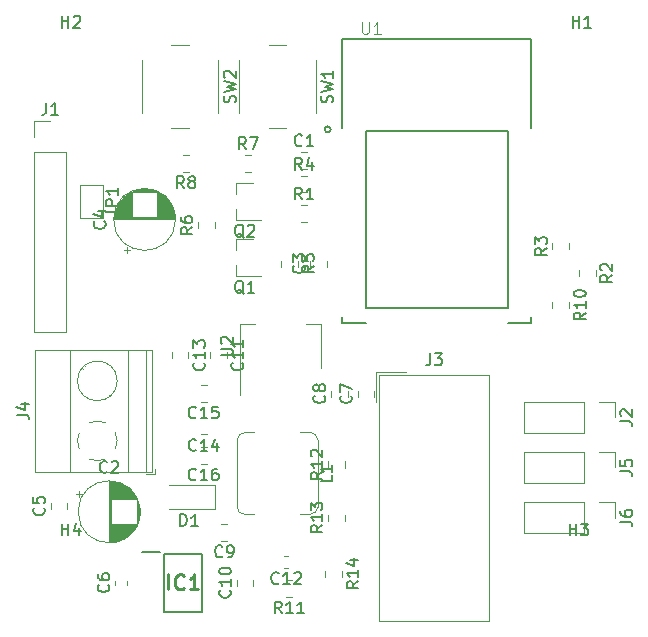
<source format=gbr>
G04 #@! TF.GenerationSoftware,KiCad,Pcbnew,(5.1.5)-3*
G04 #@! TF.CreationDate,2021-01-11T18:37:13+01:00*
G04 #@! TF.ProjectId,esp12Board,65737031-3242-46f6-9172-642e6b696361,rev?*
G04 #@! TF.SameCoordinates,Original*
G04 #@! TF.FileFunction,Legend,Top*
G04 #@! TF.FilePolarity,Positive*
%FSLAX46Y46*%
G04 Gerber Fmt 4.6, Leading zero omitted, Abs format (unit mm)*
G04 Created by KiCad (PCBNEW (5.1.5)-3) date 2021-01-11 18:37:13*
%MOMM*%
%LPD*%
G04 APERTURE LIST*
%ADD10C,0.120000*%
%ADD11C,0.127000*%
%ADD12C,0.200000*%
%ADD13C,0.150000*%
%ADD14C,0.015000*%
%ADD15C,0.254000*%
G04 APERTURE END LIST*
D10*
X59345000Y-63900000D02*
X61885000Y-63900000D01*
X59345000Y-63900000D02*
X59345000Y-66440000D01*
X59595000Y-64150000D02*
X68945000Y-64150000D01*
X59595000Y-85010000D02*
X59595000Y-64150000D01*
X68945000Y-85010000D02*
X59595000Y-85010000D01*
X68945000Y-64150000D02*
X68945000Y-85010000D01*
X79580000Y-74920000D02*
X79580000Y-76250000D01*
X78250000Y-74920000D02*
X79580000Y-74920000D01*
X76980000Y-74920000D02*
X76980000Y-77580000D01*
X76980000Y-77580000D02*
X71840000Y-77580000D01*
X76980000Y-74920000D02*
X71840000Y-74920000D01*
X71840000Y-74920000D02*
X71840000Y-77580000D01*
X79580000Y-70670000D02*
X79580000Y-72000000D01*
X78250000Y-70670000D02*
X79580000Y-70670000D01*
X76980000Y-70670000D02*
X76980000Y-73330000D01*
X76980000Y-73330000D02*
X71840000Y-73330000D01*
X76980000Y-70670000D02*
X71840000Y-70670000D01*
X71840000Y-70670000D02*
X71840000Y-73330000D01*
X59210000Y-66011252D02*
X59210000Y-65488748D01*
X57790000Y-66011252D02*
X57790000Y-65488748D01*
X33210000Y-75511252D02*
X33210000Y-74988748D01*
X31790000Y-75511252D02*
X31790000Y-74988748D01*
X34195225Y-74025000D02*
X34195225Y-74525000D01*
X33945225Y-74275000D02*
X34445225Y-74275000D01*
X39351000Y-75466000D02*
X39351000Y-76034000D01*
X39311000Y-75232000D02*
X39311000Y-76268000D01*
X39271000Y-75073000D02*
X39271000Y-76427000D01*
X39231000Y-74945000D02*
X39231000Y-76555000D01*
X39191000Y-74835000D02*
X39191000Y-76665000D01*
X39151000Y-74739000D02*
X39151000Y-76761000D01*
X39111000Y-74652000D02*
X39111000Y-76848000D01*
X39071000Y-74572000D02*
X39071000Y-76928000D01*
X39031000Y-76790000D02*
X39031000Y-77001000D01*
X39031000Y-74499000D02*
X39031000Y-74710000D01*
X38991000Y-76790000D02*
X38991000Y-77069000D01*
X38991000Y-74431000D02*
X38991000Y-74710000D01*
X38951000Y-76790000D02*
X38951000Y-77133000D01*
X38951000Y-74367000D02*
X38951000Y-74710000D01*
X38911000Y-76790000D02*
X38911000Y-77193000D01*
X38911000Y-74307000D02*
X38911000Y-74710000D01*
X38871000Y-76790000D02*
X38871000Y-77250000D01*
X38871000Y-74250000D02*
X38871000Y-74710000D01*
X38831000Y-76790000D02*
X38831000Y-77304000D01*
X38831000Y-74196000D02*
X38831000Y-74710000D01*
X38791000Y-76790000D02*
X38791000Y-77355000D01*
X38791000Y-74145000D02*
X38791000Y-74710000D01*
X38751000Y-76790000D02*
X38751000Y-77403000D01*
X38751000Y-74097000D02*
X38751000Y-74710000D01*
X38711000Y-76790000D02*
X38711000Y-77449000D01*
X38711000Y-74051000D02*
X38711000Y-74710000D01*
X38671000Y-76790000D02*
X38671000Y-77493000D01*
X38671000Y-74007000D02*
X38671000Y-74710000D01*
X38631000Y-76790000D02*
X38631000Y-77535000D01*
X38631000Y-73965000D02*
X38631000Y-74710000D01*
X38591000Y-76790000D02*
X38591000Y-77576000D01*
X38591000Y-73924000D02*
X38591000Y-74710000D01*
X38551000Y-76790000D02*
X38551000Y-77614000D01*
X38551000Y-73886000D02*
X38551000Y-74710000D01*
X38511000Y-76790000D02*
X38511000Y-77651000D01*
X38511000Y-73849000D02*
X38511000Y-74710000D01*
X38471000Y-76790000D02*
X38471000Y-77687000D01*
X38471000Y-73813000D02*
X38471000Y-74710000D01*
X38431000Y-76790000D02*
X38431000Y-77721000D01*
X38431000Y-73779000D02*
X38431000Y-74710000D01*
X38391000Y-76790000D02*
X38391000Y-77754000D01*
X38391000Y-73746000D02*
X38391000Y-74710000D01*
X38351000Y-76790000D02*
X38351000Y-77785000D01*
X38351000Y-73715000D02*
X38351000Y-74710000D01*
X38311000Y-76790000D02*
X38311000Y-77815000D01*
X38311000Y-73685000D02*
X38311000Y-74710000D01*
X38271000Y-76790000D02*
X38271000Y-77845000D01*
X38271000Y-73655000D02*
X38271000Y-74710000D01*
X38231000Y-76790000D02*
X38231000Y-77872000D01*
X38231000Y-73628000D02*
X38231000Y-74710000D01*
X38191000Y-76790000D02*
X38191000Y-77899000D01*
X38191000Y-73601000D02*
X38191000Y-74710000D01*
X38151000Y-76790000D02*
X38151000Y-77925000D01*
X38151000Y-73575000D02*
X38151000Y-74710000D01*
X38111000Y-76790000D02*
X38111000Y-77950000D01*
X38111000Y-73550000D02*
X38111000Y-74710000D01*
X38071000Y-76790000D02*
X38071000Y-77974000D01*
X38071000Y-73526000D02*
X38071000Y-74710000D01*
X38031000Y-76790000D02*
X38031000Y-77997000D01*
X38031000Y-73503000D02*
X38031000Y-74710000D01*
X37991000Y-76790000D02*
X37991000Y-78018000D01*
X37991000Y-73482000D02*
X37991000Y-74710000D01*
X37951000Y-76790000D02*
X37951000Y-78040000D01*
X37951000Y-73460000D02*
X37951000Y-74710000D01*
X37911000Y-76790000D02*
X37911000Y-78060000D01*
X37911000Y-73440000D02*
X37911000Y-74710000D01*
X37871000Y-76790000D02*
X37871000Y-78079000D01*
X37871000Y-73421000D02*
X37871000Y-74710000D01*
X37831000Y-76790000D02*
X37831000Y-78098000D01*
X37831000Y-73402000D02*
X37831000Y-74710000D01*
X37791000Y-76790000D02*
X37791000Y-78115000D01*
X37791000Y-73385000D02*
X37791000Y-74710000D01*
X37751000Y-76790000D02*
X37751000Y-78132000D01*
X37751000Y-73368000D02*
X37751000Y-74710000D01*
X37711000Y-76790000D02*
X37711000Y-78148000D01*
X37711000Y-73352000D02*
X37711000Y-74710000D01*
X37671000Y-76790000D02*
X37671000Y-78164000D01*
X37671000Y-73336000D02*
X37671000Y-74710000D01*
X37631000Y-76790000D02*
X37631000Y-78178000D01*
X37631000Y-73322000D02*
X37631000Y-74710000D01*
X37591000Y-76790000D02*
X37591000Y-78192000D01*
X37591000Y-73308000D02*
X37591000Y-74710000D01*
X37551000Y-76790000D02*
X37551000Y-78205000D01*
X37551000Y-73295000D02*
X37551000Y-74710000D01*
X37511000Y-76790000D02*
X37511000Y-78218000D01*
X37511000Y-73282000D02*
X37511000Y-74710000D01*
X37471000Y-76790000D02*
X37471000Y-78230000D01*
X37471000Y-73270000D02*
X37471000Y-74710000D01*
X37430000Y-76790000D02*
X37430000Y-78241000D01*
X37430000Y-73259000D02*
X37430000Y-74710000D01*
X37390000Y-76790000D02*
X37390000Y-78251000D01*
X37390000Y-73249000D02*
X37390000Y-74710000D01*
X37350000Y-76790000D02*
X37350000Y-78261000D01*
X37350000Y-73239000D02*
X37350000Y-74710000D01*
X37310000Y-76790000D02*
X37310000Y-78270000D01*
X37310000Y-73230000D02*
X37310000Y-74710000D01*
X37270000Y-76790000D02*
X37270000Y-78278000D01*
X37270000Y-73222000D02*
X37270000Y-74710000D01*
X37230000Y-76790000D02*
X37230000Y-78286000D01*
X37230000Y-73214000D02*
X37230000Y-74710000D01*
X37190000Y-76790000D02*
X37190000Y-78293000D01*
X37190000Y-73207000D02*
X37190000Y-74710000D01*
X37150000Y-76790000D02*
X37150000Y-78300000D01*
X37150000Y-73200000D02*
X37150000Y-74710000D01*
X37110000Y-76790000D02*
X37110000Y-78306000D01*
X37110000Y-73194000D02*
X37110000Y-74710000D01*
X37070000Y-76790000D02*
X37070000Y-78311000D01*
X37070000Y-73189000D02*
X37070000Y-74710000D01*
X37030000Y-76790000D02*
X37030000Y-78315000D01*
X37030000Y-73185000D02*
X37030000Y-74710000D01*
X36990000Y-76790000D02*
X36990000Y-78319000D01*
X36990000Y-73181000D02*
X36990000Y-74710000D01*
X36950000Y-73177000D02*
X36950000Y-78323000D01*
X36910000Y-73174000D02*
X36910000Y-78326000D01*
X36870000Y-73172000D02*
X36870000Y-78328000D01*
X36830000Y-73171000D02*
X36830000Y-78329000D01*
X36790000Y-73170000D02*
X36790000Y-78330000D01*
X36750000Y-73170000D02*
X36750000Y-78330000D01*
X39370000Y-75750000D02*
G75*
G03X39370000Y-75750000I-2620000J0D01*
G01*
X38025000Y-53554775D02*
X38525000Y-53554775D01*
X38275000Y-53804775D02*
X38275000Y-53304775D01*
X39466000Y-48399000D02*
X40034000Y-48399000D01*
X39232000Y-48439000D02*
X40268000Y-48439000D01*
X39073000Y-48479000D02*
X40427000Y-48479000D01*
X38945000Y-48519000D02*
X40555000Y-48519000D01*
X38835000Y-48559000D02*
X40665000Y-48559000D01*
X38739000Y-48599000D02*
X40761000Y-48599000D01*
X38652000Y-48639000D02*
X40848000Y-48639000D01*
X38572000Y-48679000D02*
X40928000Y-48679000D01*
X40790000Y-48719000D02*
X41001000Y-48719000D01*
X38499000Y-48719000D02*
X38710000Y-48719000D01*
X40790000Y-48759000D02*
X41069000Y-48759000D01*
X38431000Y-48759000D02*
X38710000Y-48759000D01*
X40790000Y-48799000D02*
X41133000Y-48799000D01*
X38367000Y-48799000D02*
X38710000Y-48799000D01*
X40790000Y-48839000D02*
X41193000Y-48839000D01*
X38307000Y-48839000D02*
X38710000Y-48839000D01*
X40790000Y-48879000D02*
X41250000Y-48879000D01*
X38250000Y-48879000D02*
X38710000Y-48879000D01*
X40790000Y-48919000D02*
X41304000Y-48919000D01*
X38196000Y-48919000D02*
X38710000Y-48919000D01*
X40790000Y-48959000D02*
X41355000Y-48959000D01*
X38145000Y-48959000D02*
X38710000Y-48959000D01*
X40790000Y-48999000D02*
X41403000Y-48999000D01*
X38097000Y-48999000D02*
X38710000Y-48999000D01*
X40790000Y-49039000D02*
X41449000Y-49039000D01*
X38051000Y-49039000D02*
X38710000Y-49039000D01*
X40790000Y-49079000D02*
X41493000Y-49079000D01*
X38007000Y-49079000D02*
X38710000Y-49079000D01*
X40790000Y-49119000D02*
X41535000Y-49119000D01*
X37965000Y-49119000D02*
X38710000Y-49119000D01*
X40790000Y-49159000D02*
X41576000Y-49159000D01*
X37924000Y-49159000D02*
X38710000Y-49159000D01*
X40790000Y-49199000D02*
X41614000Y-49199000D01*
X37886000Y-49199000D02*
X38710000Y-49199000D01*
X40790000Y-49239000D02*
X41651000Y-49239000D01*
X37849000Y-49239000D02*
X38710000Y-49239000D01*
X40790000Y-49279000D02*
X41687000Y-49279000D01*
X37813000Y-49279000D02*
X38710000Y-49279000D01*
X40790000Y-49319000D02*
X41721000Y-49319000D01*
X37779000Y-49319000D02*
X38710000Y-49319000D01*
X40790000Y-49359000D02*
X41754000Y-49359000D01*
X37746000Y-49359000D02*
X38710000Y-49359000D01*
X40790000Y-49399000D02*
X41785000Y-49399000D01*
X37715000Y-49399000D02*
X38710000Y-49399000D01*
X40790000Y-49439000D02*
X41815000Y-49439000D01*
X37685000Y-49439000D02*
X38710000Y-49439000D01*
X40790000Y-49479000D02*
X41845000Y-49479000D01*
X37655000Y-49479000D02*
X38710000Y-49479000D01*
X40790000Y-49519000D02*
X41872000Y-49519000D01*
X37628000Y-49519000D02*
X38710000Y-49519000D01*
X40790000Y-49559000D02*
X41899000Y-49559000D01*
X37601000Y-49559000D02*
X38710000Y-49559000D01*
X40790000Y-49599000D02*
X41925000Y-49599000D01*
X37575000Y-49599000D02*
X38710000Y-49599000D01*
X40790000Y-49639000D02*
X41950000Y-49639000D01*
X37550000Y-49639000D02*
X38710000Y-49639000D01*
X40790000Y-49679000D02*
X41974000Y-49679000D01*
X37526000Y-49679000D02*
X38710000Y-49679000D01*
X40790000Y-49719000D02*
X41997000Y-49719000D01*
X37503000Y-49719000D02*
X38710000Y-49719000D01*
X40790000Y-49759000D02*
X42018000Y-49759000D01*
X37482000Y-49759000D02*
X38710000Y-49759000D01*
X40790000Y-49799000D02*
X42040000Y-49799000D01*
X37460000Y-49799000D02*
X38710000Y-49799000D01*
X40790000Y-49839000D02*
X42060000Y-49839000D01*
X37440000Y-49839000D02*
X38710000Y-49839000D01*
X40790000Y-49879000D02*
X42079000Y-49879000D01*
X37421000Y-49879000D02*
X38710000Y-49879000D01*
X40790000Y-49919000D02*
X42098000Y-49919000D01*
X37402000Y-49919000D02*
X38710000Y-49919000D01*
X40790000Y-49959000D02*
X42115000Y-49959000D01*
X37385000Y-49959000D02*
X38710000Y-49959000D01*
X40790000Y-49999000D02*
X42132000Y-49999000D01*
X37368000Y-49999000D02*
X38710000Y-49999000D01*
X40790000Y-50039000D02*
X42148000Y-50039000D01*
X37352000Y-50039000D02*
X38710000Y-50039000D01*
X40790000Y-50079000D02*
X42164000Y-50079000D01*
X37336000Y-50079000D02*
X38710000Y-50079000D01*
X40790000Y-50119000D02*
X42178000Y-50119000D01*
X37322000Y-50119000D02*
X38710000Y-50119000D01*
X40790000Y-50159000D02*
X42192000Y-50159000D01*
X37308000Y-50159000D02*
X38710000Y-50159000D01*
X40790000Y-50199000D02*
X42205000Y-50199000D01*
X37295000Y-50199000D02*
X38710000Y-50199000D01*
X40790000Y-50239000D02*
X42218000Y-50239000D01*
X37282000Y-50239000D02*
X38710000Y-50239000D01*
X40790000Y-50279000D02*
X42230000Y-50279000D01*
X37270000Y-50279000D02*
X38710000Y-50279000D01*
X40790000Y-50320000D02*
X42241000Y-50320000D01*
X37259000Y-50320000D02*
X38710000Y-50320000D01*
X40790000Y-50360000D02*
X42251000Y-50360000D01*
X37249000Y-50360000D02*
X38710000Y-50360000D01*
X40790000Y-50400000D02*
X42261000Y-50400000D01*
X37239000Y-50400000D02*
X38710000Y-50400000D01*
X40790000Y-50440000D02*
X42270000Y-50440000D01*
X37230000Y-50440000D02*
X38710000Y-50440000D01*
X40790000Y-50480000D02*
X42278000Y-50480000D01*
X37222000Y-50480000D02*
X38710000Y-50480000D01*
X40790000Y-50520000D02*
X42286000Y-50520000D01*
X37214000Y-50520000D02*
X38710000Y-50520000D01*
X40790000Y-50560000D02*
X42293000Y-50560000D01*
X37207000Y-50560000D02*
X38710000Y-50560000D01*
X40790000Y-50600000D02*
X42300000Y-50600000D01*
X37200000Y-50600000D02*
X38710000Y-50600000D01*
X40790000Y-50640000D02*
X42306000Y-50640000D01*
X37194000Y-50640000D02*
X38710000Y-50640000D01*
X40790000Y-50680000D02*
X42311000Y-50680000D01*
X37189000Y-50680000D02*
X38710000Y-50680000D01*
X40790000Y-50720000D02*
X42315000Y-50720000D01*
X37185000Y-50720000D02*
X38710000Y-50720000D01*
X40790000Y-50760000D02*
X42319000Y-50760000D01*
X37181000Y-50760000D02*
X38710000Y-50760000D01*
X37177000Y-50800000D02*
X42323000Y-50800000D01*
X37174000Y-50840000D02*
X42326000Y-50840000D01*
X37172000Y-50880000D02*
X42328000Y-50880000D01*
X37171000Y-50920000D02*
X42329000Y-50920000D01*
X37170000Y-50960000D02*
X42330000Y-50960000D01*
X37170000Y-51000000D02*
X42330000Y-51000000D01*
X42370000Y-51000000D02*
G75*
G03X42370000Y-51000000I-2620000J0D01*
G01*
X40650000Y-72590000D02*
X40650000Y-72090000D01*
X39910000Y-72590000D02*
X40650000Y-72590000D01*
X36773000Y-65897000D02*
X36819000Y-65944000D01*
X34475000Y-63600000D02*
X34511000Y-63635000D01*
X36989000Y-65704000D02*
X37024000Y-65739000D01*
X34681000Y-63395000D02*
X34727000Y-63442000D01*
X30489000Y-62070000D02*
X40410000Y-62070000D01*
X30489000Y-72350000D02*
X40410000Y-72350000D01*
X40410000Y-72350000D02*
X40410000Y-62070000D01*
X30489000Y-72350000D02*
X30489000Y-62070000D01*
X33449000Y-72350000D02*
X33449000Y-62070000D01*
X38350000Y-72350000D02*
X38350000Y-62070000D01*
X39850000Y-72350000D02*
X39850000Y-62070000D01*
X37430000Y-64670000D02*
G75*
G03X37430000Y-64670000I-1680000J0D01*
G01*
X37430253Y-69721195D02*
G75*
G02X37285000Y-70434000I-1680253J-28805D01*
G01*
X36433042Y-71285426D02*
G75*
G02X35066000Y-71285000I-683042J1535426D01*
G01*
X34214574Y-70433042D02*
G75*
G02X34215000Y-69066000I1535426J683042D01*
G01*
X35066958Y-68214574D02*
G75*
G02X36434000Y-68215000I683042J-1535426D01*
G01*
X37284756Y-69066682D02*
G75*
G02X37430000Y-69750000I-1534756J-683318D01*
G01*
X47840000Y-65850000D02*
X47840000Y-59840000D01*
X54660000Y-63600000D02*
X54660000Y-59840000D01*
X47840000Y-59840000D02*
X49100000Y-59840000D01*
X54660000Y-59840000D02*
X53400000Y-59840000D01*
D11*
X55500000Y-43375000D02*
G75*
G03X55500000Y-43375000I-250000J0D01*
G01*
X72500000Y-59750000D02*
X70500000Y-59750000D01*
X72500000Y-59250000D02*
X72500000Y-59750000D01*
X56500000Y-59750000D02*
X58500000Y-59750000D01*
X56500000Y-59250000D02*
X56500000Y-59750000D01*
X72500000Y-35750000D02*
X72500000Y-43250000D01*
X56500000Y-35750000D02*
X72500000Y-35750000D01*
X56500000Y-43250000D02*
X56500000Y-35750000D01*
X58500000Y-58510000D02*
X58500000Y-43510000D01*
X70500000Y-58510000D02*
X58500000Y-58510000D01*
X70500000Y-43510000D02*
X70500000Y-58510000D01*
X58500000Y-43510000D02*
X70500000Y-43510000D01*
D10*
X42000000Y-43250000D02*
X43500000Y-43250000D01*
X46000000Y-42000000D02*
X46000000Y-37500000D01*
X43500000Y-36250000D02*
X42000000Y-36250000D01*
X39500000Y-37500000D02*
X39500000Y-42000000D01*
X50250000Y-43250000D02*
X51750000Y-43250000D01*
X54250000Y-42000000D02*
X54250000Y-37500000D01*
X51750000Y-36250000D02*
X50250000Y-36250000D01*
X47750000Y-37500000D02*
X47750000Y-42000000D01*
X55040000Y-80738748D02*
X55040000Y-81261252D01*
X56460000Y-80738748D02*
X56460000Y-81261252D01*
X56710000Y-76511252D02*
X56710000Y-75988748D01*
X55290000Y-76511252D02*
X55290000Y-75988748D01*
X56710000Y-72011252D02*
X56710000Y-71488748D01*
X55290000Y-72011252D02*
X55290000Y-71488748D01*
X52261252Y-81540000D02*
X51738748Y-81540000D01*
X52261252Y-82960000D02*
X51738748Y-82960000D01*
X74290000Y-57988748D02*
X74290000Y-58511252D01*
X75710000Y-57988748D02*
X75710000Y-58511252D01*
X43511252Y-45540000D02*
X42988748Y-45540000D01*
X43511252Y-46960000D02*
X42988748Y-46960000D01*
X48238748Y-46960000D02*
X48761252Y-46960000D01*
X48238748Y-45540000D02*
X48761252Y-45540000D01*
X45710000Y-51761252D02*
X45710000Y-51238748D01*
X44290000Y-51761252D02*
X44290000Y-51238748D01*
X51290000Y-54488748D02*
X51290000Y-55011252D01*
X52710000Y-54488748D02*
X52710000Y-55011252D01*
X52988748Y-48710000D02*
X53511252Y-48710000D01*
X52988748Y-47290000D02*
X53511252Y-47290000D01*
X75710000Y-53536252D02*
X75710000Y-53013748D01*
X74290000Y-53536252D02*
X74290000Y-53013748D01*
X76540000Y-55263748D02*
X76540000Y-55786252D01*
X77960000Y-55263748D02*
X77960000Y-55786252D01*
X52988748Y-51210000D02*
X53511252Y-51210000D01*
X52988748Y-49790000D02*
X53511252Y-49790000D01*
X47490000Y-47920000D02*
X48950000Y-47920000D01*
X47490000Y-51080000D02*
X49650000Y-51080000D01*
X47490000Y-51080000D02*
X47490000Y-50150000D01*
X47490000Y-47920000D02*
X47490000Y-48850000D01*
X47490000Y-52670000D02*
X48950000Y-52670000D01*
X47490000Y-55830000D02*
X49650000Y-55830000D01*
X47490000Y-55830000D02*
X47490000Y-54900000D01*
X47490000Y-52670000D02*
X47490000Y-53600000D01*
X52950000Y-69040000D02*
X53800000Y-69040000D01*
X53800000Y-75960000D02*
X52950000Y-75960000D01*
X48250000Y-69040000D02*
X49050000Y-69040000D01*
X47590000Y-75350000D02*
X47590000Y-69700000D01*
X49050000Y-75960000D02*
X48200000Y-75960000D01*
X48200000Y-75960000D02*
G75*
G02X47590000Y-75350000I0J610000D01*
G01*
X47590000Y-69700000D02*
G75*
G02X48250000Y-69040000I660000J0D01*
G01*
X54410000Y-69650000D02*
X54410000Y-75350000D01*
X54410000Y-75350000D02*
G75*
G02X53800000Y-75960000I-610000J0D01*
G01*
X53800000Y-69040000D02*
G75*
G02X54410000Y-69650000I0J-610000D01*
G01*
X36250000Y-48100000D02*
X36250000Y-50900000D01*
X36250000Y-50900000D02*
X34250000Y-50900000D01*
X34250000Y-50900000D02*
X34250000Y-48100000D01*
X34250000Y-48100000D02*
X36250000Y-48100000D01*
X79580000Y-66420000D02*
X79580000Y-67750000D01*
X78250000Y-66420000D02*
X79580000Y-66420000D01*
X76980000Y-66420000D02*
X76980000Y-69080000D01*
X76980000Y-69080000D02*
X71840000Y-69080000D01*
X76980000Y-66420000D02*
X71840000Y-66420000D01*
X71840000Y-66420000D02*
X71840000Y-69080000D01*
X30420000Y-42670000D02*
X31750000Y-42670000D01*
X30420000Y-44000000D02*
X30420000Y-42670000D01*
X30420000Y-45270000D02*
X33080000Y-45270000D01*
X33080000Y-45270000D02*
X33080000Y-60570000D01*
X30420000Y-45270000D02*
X30420000Y-60570000D01*
X30420000Y-60570000D02*
X33080000Y-60570000D01*
D12*
X39525000Y-79170000D02*
X41050000Y-79170000D01*
X41400000Y-84200000D02*
X41400000Y-79300000D01*
X44600000Y-84200000D02*
X41400000Y-84200000D01*
X44600000Y-79300000D02*
X44600000Y-84200000D01*
X41400000Y-79300000D02*
X44600000Y-79300000D01*
D10*
X45750000Y-75500000D02*
X41850000Y-75500000D01*
X45750000Y-73500000D02*
X41850000Y-73500000D01*
X45750000Y-75500000D02*
X45750000Y-73500000D01*
X45011252Y-70290000D02*
X44488748Y-70290000D01*
X45011252Y-71710000D02*
X44488748Y-71710000D01*
X45011252Y-65040000D02*
X44488748Y-65040000D01*
X45011252Y-66460000D02*
X44488748Y-66460000D01*
X45011252Y-67790000D02*
X44488748Y-67790000D01*
X45011252Y-69210000D02*
X44488748Y-69210000D01*
X42040000Y-62238748D02*
X42040000Y-62761252D01*
X43460000Y-62238748D02*
X43460000Y-62761252D01*
X51921267Y-79490000D02*
X51578733Y-79490000D01*
X51921267Y-80510000D02*
X51578733Y-80510000D01*
X45290000Y-62238748D02*
X45290000Y-62761252D01*
X46710000Y-62238748D02*
X46710000Y-62761252D01*
X48960000Y-82011252D02*
X48960000Y-81488748D01*
X47540000Y-82011252D02*
X47540000Y-81488748D01*
X46761252Y-76790000D02*
X46238748Y-76790000D01*
X46761252Y-78210000D02*
X46238748Y-78210000D01*
X56960000Y-66011252D02*
X56960000Y-65488748D01*
X55540000Y-66011252D02*
X55540000Y-65488748D01*
X38260000Y-81921267D02*
X38260000Y-81578733D01*
X37240000Y-81921267D02*
X37240000Y-81578733D01*
X55210000Y-55011252D02*
X55210000Y-54488748D01*
X53790000Y-55011252D02*
X53790000Y-54488748D01*
X52988748Y-46710000D02*
X53511252Y-46710000D01*
X52988748Y-45290000D02*
X53511252Y-45290000D01*
D13*
X63936666Y-62348380D02*
X63936666Y-63062666D01*
X63889047Y-63205523D01*
X63793809Y-63300761D01*
X63650952Y-63348380D01*
X63555714Y-63348380D01*
X64317619Y-62348380D02*
X64936666Y-62348380D01*
X64603333Y-62729333D01*
X64746190Y-62729333D01*
X64841428Y-62776952D01*
X64889047Y-62824571D01*
X64936666Y-62919809D01*
X64936666Y-63157904D01*
X64889047Y-63253142D01*
X64841428Y-63300761D01*
X64746190Y-63348380D01*
X64460476Y-63348380D01*
X64365238Y-63300761D01*
X64317619Y-63253142D01*
X80032380Y-76583333D02*
X80746666Y-76583333D01*
X80889523Y-76630952D01*
X80984761Y-76726190D01*
X81032380Y-76869047D01*
X81032380Y-76964285D01*
X80032380Y-75678571D02*
X80032380Y-75869047D01*
X80080000Y-75964285D01*
X80127619Y-76011904D01*
X80270476Y-76107142D01*
X80460952Y-76154761D01*
X80841904Y-76154761D01*
X80937142Y-76107142D01*
X80984761Y-76059523D01*
X81032380Y-75964285D01*
X81032380Y-75773809D01*
X80984761Y-75678571D01*
X80937142Y-75630952D01*
X80841904Y-75583333D01*
X80603809Y-75583333D01*
X80508571Y-75630952D01*
X80460952Y-75678571D01*
X80413333Y-75773809D01*
X80413333Y-75964285D01*
X80460952Y-76059523D01*
X80508571Y-76107142D01*
X80603809Y-76154761D01*
X80032380Y-72333333D02*
X80746666Y-72333333D01*
X80889523Y-72380952D01*
X80984761Y-72476190D01*
X81032380Y-72619047D01*
X81032380Y-72714285D01*
X80032380Y-71380952D02*
X80032380Y-71857142D01*
X80508571Y-71904761D01*
X80460952Y-71857142D01*
X80413333Y-71761904D01*
X80413333Y-71523809D01*
X80460952Y-71428571D01*
X80508571Y-71380952D01*
X80603809Y-71333333D01*
X80841904Y-71333333D01*
X80937142Y-71380952D01*
X80984761Y-71428571D01*
X81032380Y-71523809D01*
X81032380Y-71761904D01*
X80984761Y-71857142D01*
X80937142Y-71904761D01*
X32738095Y-77752380D02*
X32738095Y-76752380D01*
X32738095Y-77228571D02*
X33309523Y-77228571D01*
X33309523Y-77752380D02*
X33309523Y-76752380D01*
X34214285Y-77085714D02*
X34214285Y-77752380D01*
X33976190Y-76704761D02*
X33738095Y-77419047D01*
X34357142Y-77419047D01*
X75738095Y-77752380D02*
X75738095Y-76752380D01*
X75738095Y-77228571D02*
X76309523Y-77228571D01*
X76309523Y-77752380D02*
X76309523Y-76752380D01*
X76690476Y-76752380D02*
X77309523Y-76752380D01*
X76976190Y-77133333D01*
X77119047Y-77133333D01*
X77214285Y-77180952D01*
X77261904Y-77228571D01*
X77309523Y-77323809D01*
X77309523Y-77561904D01*
X77261904Y-77657142D01*
X77214285Y-77704761D01*
X77119047Y-77752380D01*
X76833333Y-77752380D01*
X76738095Y-77704761D01*
X76690476Y-77657142D01*
X32738095Y-34752380D02*
X32738095Y-33752380D01*
X32738095Y-34228571D02*
X33309523Y-34228571D01*
X33309523Y-34752380D02*
X33309523Y-33752380D01*
X33738095Y-33847619D02*
X33785714Y-33800000D01*
X33880952Y-33752380D01*
X34119047Y-33752380D01*
X34214285Y-33800000D01*
X34261904Y-33847619D01*
X34309523Y-33942857D01*
X34309523Y-34038095D01*
X34261904Y-34180952D01*
X33690476Y-34752380D01*
X34309523Y-34752380D01*
X75988095Y-34752380D02*
X75988095Y-33752380D01*
X75988095Y-34228571D02*
X76559523Y-34228571D01*
X76559523Y-34752380D02*
X76559523Y-33752380D01*
X77559523Y-34752380D02*
X76988095Y-34752380D01*
X77273809Y-34752380D02*
X77273809Y-33752380D01*
X77178571Y-33895238D01*
X77083333Y-33990476D01*
X76988095Y-34038095D01*
X57207142Y-65916666D02*
X57254761Y-65964285D01*
X57302380Y-66107142D01*
X57302380Y-66202380D01*
X57254761Y-66345238D01*
X57159523Y-66440476D01*
X57064285Y-66488095D01*
X56873809Y-66535714D01*
X56730952Y-66535714D01*
X56540476Y-66488095D01*
X56445238Y-66440476D01*
X56350000Y-66345238D01*
X56302380Y-66202380D01*
X56302380Y-66107142D01*
X56350000Y-65964285D01*
X56397619Y-65916666D01*
X56302380Y-65583333D02*
X56302380Y-64916666D01*
X57302380Y-65345238D01*
X31207142Y-75416666D02*
X31254761Y-75464285D01*
X31302380Y-75607142D01*
X31302380Y-75702380D01*
X31254761Y-75845238D01*
X31159523Y-75940476D01*
X31064285Y-75988095D01*
X30873809Y-76035714D01*
X30730952Y-76035714D01*
X30540476Y-75988095D01*
X30445238Y-75940476D01*
X30350000Y-75845238D01*
X30302380Y-75702380D01*
X30302380Y-75607142D01*
X30350000Y-75464285D01*
X30397619Y-75416666D01*
X30302380Y-74511904D02*
X30302380Y-74988095D01*
X30778571Y-75035714D01*
X30730952Y-74988095D01*
X30683333Y-74892857D01*
X30683333Y-74654761D01*
X30730952Y-74559523D01*
X30778571Y-74511904D01*
X30873809Y-74464285D01*
X31111904Y-74464285D01*
X31207142Y-74511904D01*
X31254761Y-74559523D01*
X31302380Y-74654761D01*
X31302380Y-74892857D01*
X31254761Y-74988095D01*
X31207142Y-75035714D01*
X36583333Y-72357142D02*
X36535714Y-72404761D01*
X36392857Y-72452380D01*
X36297619Y-72452380D01*
X36154761Y-72404761D01*
X36059523Y-72309523D01*
X36011904Y-72214285D01*
X35964285Y-72023809D01*
X35964285Y-71880952D01*
X36011904Y-71690476D01*
X36059523Y-71595238D01*
X36154761Y-71500000D01*
X36297619Y-71452380D01*
X36392857Y-71452380D01*
X36535714Y-71500000D01*
X36583333Y-71547619D01*
X36964285Y-71547619D02*
X37011904Y-71500000D01*
X37107142Y-71452380D01*
X37345238Y-71452380D01*
X37440476Y-71500000D01*
X37488095Y-71547619D01*
X37535714Y-71642857D01*
X37535714Y-71738095D01*
X37488095Y-71880952D01*
X36916666Y-72452380D01*
X37535714Y-72452380D01*
X36357142Y-51166666D02*
X36404761Y-51214285D01*
X36452380Y-51357142D01*
X36452380Y-51452380D01*
X36404761Y-51595238D01*
X36309523Y-51690476D01*
X36214285Y-51738095D01*
X36023809Y-51785714D01*
X35880952Y-51785714D01*
X35690476Y-51738095D01*
X35595238Y-51690476D01*
X35500000Y-51595238D01*
X35452380Y-51452380D01*
X35452380Y-51357142D01*
X35500000Y-51214285D01*
X35547619Y-51166666D01*
X35785714Y-50309523D02*
X36452380Y-50309523D01*
X35404761Y-50547619D02*
X36119047Y-50785714D01*
X36119047Y-50166666D01*
X28942380Y-67543333D02*
X29656666Y-67543333D01*
X29799523Y-67590952D01*
X29894761Y-67686190D01*
X29942380Y-67829047D01*
X29942380Y-67924285D01*
X29275714Y-66638571D02*
X29942380Y-66638571D01*
X28894761Y-66876666D02*
X29609047Y-67114761D01*
X29609047Y-66495714D01*
X46202380Y-62511904D02*
X47011904Y-62511904D01*
X47107142Y-62464285D01*
X47154761Y-62416666D01*
X47202380Y-62321428D01*
X47202380Y-62130952D01*
X47154761Y-62035714D01*
X47107142Y-61988095D01*
X47011904Y-61940476D01*
X46202380Y-61940476D01*
X46297619Y-61511904D02*
X46250000Y-61464285D01*
X46202380Y-61369047D01*
X46202380Y-61130952D01*
X46250000Y-61035714D01*
X46297619Y-60988095D01*
X46392857Y-60940476D01*
X46488095Y-60940476D01*
X46630952Y-60988095D01*
X47202380Y-61559523D01*
X47202380Y-60940476D01*
D14*
X58158217Y-34304368D02*
X58158217Y-35114516D01*
X58205872Y-35209828D01*
X58253528Y-35257484D01*
X58348840Y-35305140D01*
X58539463Y-35305140D01*
X58634775Y-35257484D01*
X58682430Y-35209828D01*
X58730086Y-35114516D01*
X58730086Y-34304368D01*
X59730858Y-35305140D02*
X59158989Y-35305140D01*
X59444923Y-35305140D02*
X59444923Y-34304368D01*
X59349612Y-34447335D01*
X59254300Y-34542647D01*
X59158989Y-34590303D01*
D13*
X47404761Y-41083333D02*
X47452380Y-40940476D01*
X47452380Y-40702380D01*
X47404761Y-40607142D01*
X47357142Y-40559523D01*
X47261904Y-40511904D01*
X47166666Y-40511904D01*
X47071428Y-40559523D01*
X47023809Y-40607142D01*
X46976190Y-40702380D01*
X46928571Y-40892857D01*
X46880952Y-40988095D01*
X46833333Y-41035714D01*
X46738095Y-41083333D01*
X46642857Y-41083333D01*
X46547619Y-41035714D01*
X46500000Y-40988095D01*
X46452380Y-40892857D01*
X46452380Y-40654761D01*
X46500000Y-40511904D01*
X46452380Y-40178571D02*
X47452380Y-39940476D01*
X46738095Y-39750000D01*
X47452380Y-39559523D01*
X46452380Y-39321428D01*
X46547619Y-38988095D02*
X46500000Y-38940476D01*
X46452380Y-38845238D01*
X46452380Y-38607142D01*
X46500000Y-38511904D01*
X46547619Y-38464285D01*
X46642857Y-38416666D01*
X46738095Y-38416666D01*
X46880952Y-38464285D01*
X47452380Y-39035714D01*
X47452380Y-38416666D01*
X55654761Y-41083333D02*
X55702380Y-40940476D01*
X55702380Y-40702380D01*
X55654761Y-40607142D01*
X55607142Y-40559523D01*
X55511904Y-40511904D01*
X55416666Y-40511904D01*
X55321428Y-40559523D01*
X55273809Y-40607142D01*
X55226190Y-40702380D01*
X55178571Y-40892857D01*
X55130952Y-40988095D01*
X55083333Y-41035714D01*
X54988095Y-41083333D01*
X54892857Y-41083333D01*
X54797619Y-41035714D01*
X54750000Y-40988095D01*
X54702380Y-40892857D01*
X54702380Y-40654761D01*
X54750000Y-40511904D01*
X54702380Y-40178571D02*
X55702380Y-39940476D01*
X54988095Y-39750000D01*
X55702380Y-39559523D01*
X54702380Y-39321428D01*
X55702380Y-38416666D02*
X55702380Y-38988095D01*
X55702380Y-38702380D02*
X54702380Y-38702380D01*
X54845238Y-38797619D01*
X54940476Y-38892857D01*
X54988095Y-38988095D01*
X57852380Y-81642857D02*
X57376190Y-81976190D01*
X57852380Y-82214285D02*
X56852380Y-82214285D01*
X56852380Y-81833333D01*
X56900000Y-81738095D01*
X56947619Y-81690476D01*
X57042857Y-81642857D01*
X57185714Y-81642857D01*
X57280952Y-81690476D01*
X57328571Y-81738095D01*
X57376190Y-81833333D01*
X57376190Y-82214285D01*
X57852380Y-80690476D02*
X57852380Y-81261904D01*
X57852380Y-80976190D02*
X56852380Y-80976190D01*
X56995238Y-81071428D01*
X57090476Y-81166666D01*
X57138095Y-81261904D01*
X57185714Y-79833333D02*
X57852380Y-79833333D01*
X56804761Y-80071428D02*
X57519047Y-80309523D01*
X57519047Y-79690476D01*
X54802380Y-76892857D02*
X54326190Y-77226190D01*
X54802380Y-77464285D02*
X53802380Y-77464285D01*
X53802380Y-77083333D01*
X53850000Y-76988095D01*
X53897619Y-76940476D01*
X53992857Y-76892857D01*
X54135714Y-76892857D01*
X54230952Y-76940476D01*
X54278571Y-76988095D01*
X54326190Y-77083333D01*
X54326190Y-77464285D01*
X54802380Y-75940476D02*
X54802380Y-76511904D01*
X54802380Y-76226190D02*
X53802380Y-76226190D01*
X53945238Y-76321428D01*
X54040476Y-76416666D01*
X54088095Y-76511904D01*
X53802380Y-75607142D02*
X53802380Y-74988095D01*
X54183333Y-75321428D01*
X54183333Y-75178571D01*
X54230952Y-75083333D01*
X54278571Y-75035714D01*
X54373809Y-74988095D01*
X54611904Y-74988095D01*
X54707142Y-75035714D01*
X54754761Y-75083333D01*
X54802380Y-75178571D01*
X54802380Y-75464285D01*
X54754761Y-75559523D01*
X54707142Y-75607142D01*
X54802380Y-72392857D02*
X54326190Y-72726190D01*
X54802380Y-72964285D02*
X53802380Y-72964285D01*
X53802380Y-72583333D01*
X53850000Y-72488095D01*
X53897619Y-72440476D01*
X53992857Y-72392857D01*
X54135714Y-72392857D01*
X54230952Y-72440476D01*
X54278571Y-72488095D01*
X54326190Y-72583333D01*
X54326190Y-72964285D01*
X54802380Y-71440476D02*
X54802380Y-72011904D01*
X54802380Y-71726190D02*
X53802380Y-71726190D01*
X53945238Y-71821428D01*
X54040476Y-71916666D01*
X54088095Y-72011904D01*
X53897619Y-71059523D02*
X53850000Y-71011904D01*
X53802380Y-70916666D01*
X53802380Y-70678571D01*
X53850000Y-70583333D01*
X53897619Y-70535714D01*
X53992857Y-70488095D01*
X54088095Y-70488095D01*
X54230952Y-70535714D01*
X54802380Y-71107142D01*
X54802380Y-70488095D01*
X51357142Y-84352380D02*
X51023809Y-83876190D01*
X50785714Y-84352380D02*
X50785714Y-83352380D01*
X51166666Y-83352380D01*
X51261904Y-83400000D01*
X51309523Y-83447619D01*
X51357142Y-83542857D01*
X51357142Y-83685714D01*
X51309523Y-83780952D01*
X51261904Y-83828571D01*
X51166666Y-83876190D01*
X50785714Y-83876190D01*
X52309523Y-84352380D02*
X51738095Y-84352380D01*
X52023809Y-84352380D02*
X52023809Y-83352380D01*
X51928571Y-83495238D01*
X51833333Y-83590476D01*
X51738095Y-83638095D01*
X53261904Y-84352380D02*
X52690476Y-84352380D01*
X52976190Y-84352380D02*
X52976190Y-83352380D01*
X52880952Y-83495238D01*
X52785714Y-83590476D01*
X52690476Y-83638095D01*
X77102380Y-58892857D02*
X76626190Y-59226190D01*
X77102380Y-59464285D02*
X76102380Y-59464285D01*
X76102380Y-59083333D01*
X76150000Y-58988095D01*
X76197619Y-58940476D01*
X76292857Y-58892857D01*
X76435714Y-58892857D01*
X76530952Y-58940476D01*
X76578571Y-58988095D01*
X76626190Y-59083333D01*
X76626190Y-59464285D01*
X77102380Y-57940476D02*
X77102380Y-58511904D01*
X77102380Y-58226190D02*
X76102380Y-58226190D01*
X76245238Y-58321428D01*
X76340476Y-58416666D01*
X76388095Y-58511904D01*
X76102380Y-57321428D02*
X76102380Y-57226190D01*
X76150000Y-57130952D01*
X76197619Y-57083333D01*
X76292857Y-57035714D01*
X76483333Y-56988095D01*
X76721428Y-56988095D01*
X76911904Y-57035714D01*
X77007142Y-57083333D01*
X77054761Y-57130952D01*
X77102380Y-57226190D01*
X77102380Y-57321428D01*
X77054761Y-57416666D01*
X77007142Y-57464285D01*
X76911904Y-57511904D01*
X76721428Y-57559523D01*
X76483333Y-57559523D01*
X76292857Y-57511904D01*
X76197619Y-57464285D01*
X76150000Y-57416666D01*
X76102380Y-57321428D01*
X43083333Y-48352380D02*
X42750000Y-47876190D01*
X42511904Y-48352380D02*
X42511904Y-47352380D01*
X42892857Y-47352380D01*
X42988095Y-47400000D01*
X43035714Y-47447619D01*
X43083333Y-47542857D01*
X43083333Y-47685714D01*
X43035714Y-47780952D01*
X42988095Y-47828571D01*
X42892857Y-47876190D01*
X42511904Y-47876190D01*
X43654761Y-47780952D02*
X43559523Y-47733333D01*
X43511904Y-47685714D01*
X43464285Y-47590476D01*
X43464285Y-47542857D01*
X43511904Y-47447619D01*
X43559523Y-47400000D01*
X43654761Y-47352380D01*
X43845238Y-47352380D01*
X43940476Y-47400000D01*
X43988095Y-47447619D01*
X44035714Y-47542857D01*
X44035714Y-47590476D01*
X43988095Y-47685714D01*
X43940476Y-47733333D01*
X43845238Y-47780952D01*
X43654761Y-47780952D01*
X43559523Y-47828571D01*
X43511904Y-47876190D01*
X43464285Y-47971428D01*
X43464285Y-48161904D01*
X43511904Y-48257142D01*
X43559523Y-48304761D01*
X43654761Y-48352380D01*
X43845238Y-48352380D01*
X43940476Y-48304761D01*
X43988095Y-48257142D01*
X44035714Y-48161904D01*
X44035714Y-47971428D01*
X43988095Y-47876190D01*
X43940476Y-47828571D01*
X43845238Y-47780952D01*
X48333333Y-45052380D02*
X48000000Y-44576190D01*
X47761904Y-45052380D02*
X47761904Y-44052380D01*
X48142857Y-44052380D01*
X48238095Y-44100000D01*
X48285714Y-44147619D01*
X48333333Y-44242857D01*
X48333333Y-44385714D01*
X48285714Y-44480952D01*
X48238095Y-44528571D01*
X48142857Y-44576190D01*
X47761904Y-44576190D01*
X48666666Y-44052380D02*
X49333333Y-44052380D01*
X48904761Y-45052380D01*
X43802380Y-51666666D02*
X43326190Y-52000000D01*
X43802380Y-52238095D02*
X42802380Y-52238095D01*
X42802380Y-51857142D01*
X42850000Y-51761904D01*
X42897619Y-51714285D01*
X42992857Y-51666666D01*
X43135714Y-51666666D01*
X43230952Y-51714285D01*
X43278571Y-51761904D01*
X43326190Y-51857142D01*
X43326190Y-52238095D01*
X42802380Y-50809523D02*
X42802380Y-51000000D01*
X42850000Y-51095238D01*
X42897619Y-51142857D01*
X43040476Y-51238095D01*
X43230952Y-51285714D01*
X43611904Y-51285714D01*
X43707142Y-51238095D01*
X43754761Y-51190476D01*
X43802380Y-51095238D01*
X43802380Y-50904761D01*
X43754761Y-50809523D01*
X43707142Y-50761904D01*
X43611904Y-50714285D01*
X43373809Y-50714285D01*
X43278571Y-50761904D01*
X43230952Y-50809523D01*
X43183333Y-50904761D01*
X43183333Y-51095238D01*
X43230952Y-51190476D01*
X43278571Y-51238095D01*
X43373809Y-51285714D01*
X54102380Y-54916666D02*
X53626190Y-55250000D01*
X54102380Y-55488095D02*
X53102380Y-55488095D01*
X53102380Y-55107142D01*
X53150000Y-55011904D01*
X53197619Y-54964285D01*
X53292857Y-54916666D01*
X53435714Y-54916666D01*
X53530952Y-54964285D01*
X53578571Y-55011904D01*
X53626190Y-55107142D01*
X53626190Y-55488095D01*
X53102380Y-54011904D02*
X53102380Y-54488095D01*
X53578571Y-54535714D01*
X53530952Y-54488095D01*
X53483333Y-54392857D01*
X53483333Y-54154761D01*
X53530952Y-54059523D01*
X53578571Y-54011904D01*
X53673809Y-53964285D01*
X53911904Y-53964285D01*
X54007142Y-54011904D01*
X54054761Y-54059523D01*
X54102380Y-54154761D01*
X54102380Y-54392857D01*
X54054761Y-54488095D01*
X54007142Y-54535714D01*
X53083333Y-46802380D02*
X52750000Y-46326190D01*
X52511904Y-46802380D02*
X52511904Y-45802380D01*
X52892857Y-45802380D01*
X52988095Y-45850000D01*
X53035714Y-45897619D01*
X53083333Y-45992857D01*
X53083333Y-46135714D01*
X53035714Y-46230952D01*
X52988095Y-46278571D01*
X52892857Y-46326190D01*
X52511904Y-46326190D01*
X53940476Y-46135714D02*
X53940476Y-46802380D01*
X53702380Y-45754761D02*
X53464285Y-46469047D01*
X54083333Y-46469047D01*
X73802380Y-53441666D02*
X73326190Y-53775000D01*
X73802380Y-54013095D02*
X72802380Y-54013095D01*
X72802380Y-53632142D01*
X72850000Y-53536904D01*
X72897619Y-53489285D01*
X72992857Y-53441666D01*
X73135714Y-53441666D01*
X73230952Y-53489285D01*
X73278571Y-53536904D01*
X73326190Y-53632142D01*
X73326190Y-54013095D01*
X72802380Y-53108333D02*
X72802380Y-52489285D01*
X73183333Y-52822619D01*
X73183333Y-52679761D01*
X73230952Y-52584523D01*
X73278571Y-52536904D01*
X73373809Y-52489285D01*
X73611904Y-52489285D01*
X73707142Y-52536904D01*
X73754761Y-52584523D01*
X73802380Y-52679761D01*
X73802380Y-52965476D01*
X73754761Y-53060714D01*
X73707142Y-53108333D01*
X79352380Y-55691666D02*
X78876190Y-56025000D01*
X79352380Y-56263095D02*
X78352380Y-56263095D01*
X78352380Y-55882142D01*
X78400000Y-55786904D01*
X78447619Y-55739285D01*
X78542857Y-55691666D01*
X78685714Y-55691666D01*
X78780952Y-55739285D01*
X78828571Y-55786904D01*
X78876190Y-55882142D01*
X78876190Y-56263095D01*
X78447619Y-55310714D02*
X78400000Y-55263095D01*
X78352380Y-55167857D01*
X78352380Y-54929761D01*
X78400000Y-54834523D01*
X78447619Y-54786904D01*
X78542857Y-54739285D01*
X78638095Y-54739285D01*
X78780952Y-54786904D01*
X79352380Y-55358333D01*
X79352380Y-54739285D01*
X53083333Y-49302380D02*
X52750000Y-48826190D01*
X52511904Y-49302380D02*
X52511904Y-48302380D01*
X52892857Y-48302380D01*
X52988095Y-48350000D01*
X53035714Y-48397619D01*
X53083333Y-48492857D01*
X53083333Y-48635714D01*
X53035714Y-48730952D01*
X52988095Y-48778571D01*
X52892857Y-48826190D01*
X52511904Y-48826190D01*
X54035714Y-49302380D02*
X53464285Y-49302380D01*
X53750000Y-49302380D02*
X53750000Y-48302380D01*
X53654761Y-48445238D01*
X53559523Y-48540476D01*
X53464285Y-48588095D01*
X48154761Y-52547619D02*
X48059523Y-52500000D01*
X47964285Y-52404761D01*
X47821428Y-52261904D01*
X47726190Y-52214285D01*
X47630952Y-52214285D01*
X47678571Y-52452380D02*
X47583333Y-52404761D01*
X47488095Y-52309523D01*
X47440476Y-52119047D01*
X47440476Y-51785714D01*
X47488095Y-51595238D01*
X47583333Y-51500000D01*
X47678571Y-51452380D01*
X47869047Y-51452380D01*
X47964285Y-51500000D01*
X48059523Y-51595238D01*
X48107142Y-51785714D01*
X48107142Y-52119047D01*
X48059523Y-52309523D01*
X47964285Y-52404761D01*
X47869047Y-52452380D01*
X47678571Y-52452380D01*
X48488095Y-51547619D02*
X48535714Y-51500000D01*
X48630952Y-51452380D01*
X48869047Y-51452380D01*
X48964285Y-51500000D01*
X49011904Y-51547619D01*
X49059523Y-51642857D01*
X49059523Y-51738095D01*
X49011904Y-51880952D01*
X48440476Y-52452380D01*
X49059523Y-52452380D01*
X48154761Y-57297619D02*
X48059523Y-57250000D01*
X47964285Y-57154761D01*
X47821428Y-57011904D01*
X47726190Y-56964285D01*
X47630952Y-56964285D01*
X47678571Y-57202380D02*
X47583333Y-57154761D01*
X47488095Y-57059523D01*
X47440476Y-56869047D01*
X47440476Y-56535714D01*
X47488095Y-56345238D01*
X47583333Y-56250000D01*
X47678571Y-56202380D01*
X47869047Y-56202380D01*
X47964285Y-56250000D01*
X48059523Y-56345238D01*
X48107142Y-56535714D01*
X48107142Y-56869047D01*
X48059523Y-57059523D01*
X47964285Y-57154761D01*
X47869047Y-57202380D01*
X47678571Y-57202380D01*
X49059523Y-57202380D02*
X48488095Y-57202380D01*
X48773809Y-57202380D02*
X48773809Y-56202380D01*
X48678571Y-56345238D01*
X48583333Y-56440476D01*
X48488095Y-56488095D01*
X55652380Y-72666666D02*
X55652380Y-73142857D01*
X54652380Y-73142857D01*
X55652380Y-71809523D02*
X55652380Y-72380952D01*
X55652380Y-72095238D02*
X54652380Y-72095238D01*
X54795238Y-72190476D01*
X54890476Y-72285714D01*
X54938095Y-72380952D01*
X36502380Y-50333333D02*
X37216666Y-50333333D01*
X37359523Y-50380952D01*
X37454761Y-50476190D01*
X37502380Y-50619047D01*
X37502380Y-50714285D01*
X37502380Y-49857142D02*
X36502380Y-49857142D01*
X36502380Y-49476190D01*
X36550000Y-49380952D01*
X36597619Y-49333333D01*
X36692857Y-49285714D01*
X36835714Y-49285714D01*
X36930952Y-49333333D01*
X36978571Y-49380952D01*
X37026190Y-49476190D01*
X37026190Y-49857142D01*
X37502380Y-48333333D02*
X37502380Y-48904761D01*
X37502380Y-48619047D02*
X36502380Y-48619047D01*
X36645238Y-48714285D01*
X36740476Y-48809523D01*
X36788095Y-48904761D01*
X80032380Y-68083333D02*
X80746666Y-68083333D01*
X80889523Y-68130952D01*
X80984761Y-68226190D01*
X81032380Y-68369047D01*
X81032380Y-68464285D01*
X80127619Y-67654761D02*
X80080000Y-67607142D01*
X80032380Y-67511904D01*
X80032380Y-67273809D01*
X80080000Y-67178571D01*
X80127619Y-67130952D01*
X80222857Y-67083333D01*
X80318095Y-67083333D01*
X80460952Y-67130952D01*
X81032380Y-67702380D01*
X81032380Y-67083333D01*
X31416666Y-41122380D02*
X31416666Y-41836666D01*
X31369047Y-41979523D01*
X31273809Y-42074761D01*
X31130952Y-42122380D01*
X31035714Y-42122380D01*
X32416666Y-42122380D02*
X31845238Y-42122380D01*
X32130952Y-42122380D02*
X32130952Y-41122380D01*
X32035714Y-41265238D01*
X31940476Y-41360476D01*
X31845238Y-41408095D01*
D15*
X41760238Y-82324523D02*
X41760238Y-81054523D01*
X43090714Y-82203571D02*
X43030238Y-82264047D01*
X42848809Y-82324523D01*
X42727857Y-82324523D01*
X42546428Y-82264047D01*
X42425476Y-82143095D01*
X42365000Y-82022142D01*
X42304523Y-81780238D01*
X42304523Y-81598809D01*
X42365000Y-81356904D01*
X42425476Y-81235952D01*
X42546428Y-81115000D01*
X42727857Y-81054523D01*
X42848809Y-81054523D01*
X43030238Y-81115000D01*
X43090714Y-81175476D01*
X44300238Y-82324523D02*
X43574523Y-82324523D01*
X43937380Y-82324523D02*
X43937380Y-81054523D01*
X43816428Y-81235952D01*
X43695476Y-81356904D01*
X43574523Y-81417380D01*
D13*
X42761904Y-76952380D02*
X42761904Y-75952380D01*
X43000000Y-75952380D01*
X43142857Y-76000000D01*
X43238095Y-76095238D01*
X43285714Y-76190476D01*
X43333333Y-76380952D01*
X43333333Y-76523809D01*
X43285714Y-76714285D01*
X43238095Y-76809523D01*
X43142857Y-76904761D01*
X43000000Y-76952380D01*
X42761904Y-76952380D01*
X44285714Y-76952380D02*
X43714285Y-76952380D01*
X44000000Y-76952380D02*
X44000000Y-75952380D01*
X43904761Y-76095238D01*
X43809523Y-76190476D01*
X43714285Y-76238095D01*
X44107142Y-73007142D02*
X44059523Y-73054761D01*
X43916666Y-73102380D01*
X43821428Y-73102380D01*
X43678571Y-73054761D01*
X43583333Y-72959523D01*
X43535714Y-72864285D01*
X43488095Y-72673809D01*
X43488095Y-72530952D01*
X43535714Y-72340476D01*
X43583333Y-72245238D01*
X43678571Y-72150000D01*
X43821428Y-72102380D01*
X43916666Y-72102380D01*
X44059523Y-72150000D01*
X44107142Y-72197619D01*
X45059523Y-73102380D02*
X44488095Y-73102380D01*
X44773809Y-73102380D02*
X44773809Y-72102380D01*
X44678571Y-72245238D01*
X44583333Y-72340476D01*
X44488095Y-72388095D01*
X45916666Y-72102380D02*
X45726190Y-72102380D01*
X45630952Y-72150000D01*
X45583333Y-72197619D01*
X45488095Y-72340476D01*
X45440476Y-72530952D01*
X45440476Y-72911904D01*
X45488095Y-73007142D01*
X45535714Y-73054761D01*
X45630952Y-73102380D01*
X45821428Y-73102380D01*
X45916666Y-73054761D01*
X45964285Y-73007142D01*
X46011904Y-72911904D01*
X46011904Y-72673809D01*
X45964285Y-72578571D01*
X45916666Y-72530952D01*
X45821428Y-72483333D01*
X45630952Y-72483333D01*
X45535714Y-72530952D01*
X45488095Y-72578571D01*
X45440476Y-72673809D01*
X44107142Y-67757142D02*
X44059523Y-67804761D01*
X43916666Y-67852380D01*
X43821428Y-67852380D01*
X43678571Y-67804761D01*
X43583333Y-67709523D01*
X43535714Y-67614285D01*
X43488095Y-67423809D01*
X43488095Y-67280952D01*
X43535714Y-67090476D01*
X43583333Y-66995238D01*
X43678571Y-66900000D01*
X43821428Y-66852380D01*
X43916666Y-66852380D01*
X44059523Y-66900000D01*
X44107142Y-66947619D01*
X45059523Y-67852380D02*
X44488095Y-67852380D01*
X44773809Y-67852380D02*
X44773809Y-66852380D01*
X44678571Y-66995238D01*
X44583333Y-67090476D01*
X44488095Y-67138095D01*
X45964285Y-66852380D02*
X45488095Y-66852380D01*
X45440476Y-67328571D01*
X45488095Y-67280952D01*
X45583333Y-67233333D01*
X45821428Y-67233333D01*
X45916666Y-67280952D01*
X45964285Y-67328571D01*
X46011904Y-67423809D01*
X46011904Y-67661904D01*
X45964285Y-67757142D01*
X45916666Y-67804761D01*
X45821428Y-67852380D01*
X45583333Y-67852380D01*
X45488095Y-67804761D01*
X45440476Y-67757142D01*
X44107142Y-70507142D02*
X44059523Y-70554761D01*
X43916666Y-70602380D01*
X43821428Y-70602380D01*
X43678571Y-70554761D01*
X43583333Y-70459523D01*
X43535714Y-70364285D01*
X43488095Y-70173809D01*
X43488095Y-70030952D01*
X43535714Y-69840476D01*
X43583333Y-69745238D01*
X43678571Y-69650000D01*
X43821428Y-69602380D01*
X43916666Y-69602380D01*
X44059523Y-69650000D01*
X44107142Y-69697619D01*
X45059523Y-70602380D02*
X44488095Y-70602380D01*
X44773809Y-70602380D02*
X44773809Y-69602380D01*
X44678571Y-69745238D01*
X44583333Y-69840476D01*
X44488095Y-69888095D01*
X45916666Y-69935714D02*
X45916666Y-70602380D01*
X45678571Y-69554761D02*
X45440476Y-70269047D01*
X46059523Y-70269047D01*
X44757142Y-63142857D02*
X44804761Y-63190476D01*
X44852380Y-63333333D01*
X44852380Y-63428571D01*
X44804761Y-63571428D01*
X44709523Y-63666666D01*
X44614285Y-63714285D01*
X44423809Y-63761904D01*
X44280952Y-63761904D01*
X44090476Y-63714285D01*
X43995238Y-63666666D01*
X43900000Y-63571428D01*
X43852380Y-63428571D01*
X43852380Y-63333333D01*
X43900000Y-63190476D01*
X43947619Y-63142857D01*
X44852380Y-62190476D02*
X44852380Y-62761904D01*
X44852380Y-62476190D02*
X43852380Y-62476190D01*
X43995238Y-62571428D01*
X44090476Y-62666666D01*
X44138095Y-62761904D01*
X43852380Y-61857142D02*
X43852380Y-61238095D01*
X44233333Y-61571428D01*
X44233333Y-61428571D01*
X44280952Y-61333333D01*
X44328571Y-61285714D01*
X44423809Y-61238095D01*
X44661904Y-61238095D01*
X44757142Y-61285714D01*
X44804761Y-61333333D01*
X44852380Y-61428571D01*
X44852380Y-61714285D01*
X44804761Y-61809523D01*
X44757142Y-61857142D01*
X51107142Y-81787142D02*
X51059523Y-81834761D01*
X50916666Y-81882380D01*
X50821428Y-81882380D01*
X50678571Y-81834761D01*
X50583333Y-81739523D01*
X50535714Y-81644285D01*
X50488095Y-81453809D01*
X50488095Y-81310952D01*
X50535714Y-81120476D01*
X50583333Y-81025238D01*
X50678571Y-80930000D01*
X50821428Y-80882380D01*
X50916666Y-80882380D01*
X51059523Y-80930000D01*
X51107142Y-80977619D01*
X52059523Y-81882380D02*
X51488095Y-81882380D01*
X51773809Y-81882380D02*
X51773809Y-80882380D01*
X51678571Y-81025238D01*
X51583333Y-81120476D01*
X51488095Y-81168095D01*
X52440476Y-80977619D02*
X52488095Y-80930000D01*
X52583333Y-80882380D01*
X52821428Y-80882380D01*
X52916666Y-80930000D01*
X52964285Y-80977619D01*
X53011904Y-81072857D01*
X53011904Y-81168095D01*
X52964285Y-81310952D01*
X52392857Y-81882380D01*
X53011904Y-81882380D01*
X48007142Y-63142857D02*
X48054761Y-63190476D01*
X48102380Y-63333333D01*
X48102380Y-63428571D01*
X48054761Y-63571428D01*
X47959523Y-63666666D01*
X47864285Y-63714285D01*
X47673809Y-63761904D01*
X47530952Y-63761904D01*
X47340476Y-63714285D01*
X47245238Y-63666666D01*
X47150000Y-63571428D01*
X47102380Y-63428571D01*
X47102380Y-63333333D01*
X47150000Y-63190476D01*
X47197619Y-63142857D01*
X48102380Y-62190476D02*
X48102380Y-62761904D01*
X48102380Y-62476190D02*
X47102380Y-62476190D01*
X47245238Y-62571428D01*
X47340476Y-62666666D01*
X47388095Y-62761904D01*
X48102380Y-61238095D02*
X48102380Y-61809523D01*
X48102380Y-61523809D02*
X47102380Y-61523809D01*
X47245238Y-61619047D01*
X47340476Y-61714285D01*
X47388095Y-61809523D01*
X46957142Y-82392857D02*
X47004761Y-82440476D01*
X47052380Y-82583333D01*
X47052380Y-82678571D01*
X47004761Y-82821428D01*
X46909523Y-82916666D01*
X46814285Y-82964285D01*
X46623809Y-83011904D01*
X46480952Y-83011904D01*
X46290476Y-82964285D01*
X46195238Y-82916666D01*
X46100000Y-82821428D01*
X46052380Y-82678571D01*
X46052380Y-82583333D01*
X46100000Y-82440476D01*
X46147619Y-82392857D01*
X47052380Y-81440476D02*
X47052380Y-82011904D01*
X47052380Y-81726190D02*
X46052380Y-81726190D01*
X46195238Y-81821428D01*
X46290476Y-81916666D01*
X46338095Y-82011904D01*
X46052380Y-80821428D02*
X46052380Y-80726190D01*
X46100000Y-80630952D01*
X46147619Y-80583333D01*
X46242857Y-80535714D01*
X46433333Y-80488095D01*
X46671428Y-80488095D01*
X46861904Y-80535714D01*
X46957142Y-80583333D01*
X47004761Y-80630952D01*
X47052380Y-80726190D01*
X47052380Y-80821428D01*
X47004761Y-80916666D01*
X46957142Y-80964285D01*
X46861904Y-81011904D01*
X46671428Y-81059523D01*
X46433333Y-81059523D01*
X46242857Y-81011904D01*
X46147619Y-80964285D01*
X46100000Y-80916666D01*
X46052380Y-80821428D01*
X46333333Y-79507142D02*
X46285714Y-79554761D01*
X46142857Y-79602380D01*
X46047619Y-79602380D01*
X45904761Y-79554761D01*
X45809523Y-79459523D01*
X45761904Y-79364285D01*
X45714285Y-79173809D01*
X45714285Y-79030952D01*
X45761904Y-78840476D01*
X45809523Y-78745238D01*
X45904761Y-78650000D01*
X46047619Y-78602380D01*
X46142857Y-78602380D01*
X46285714Y-78650000D01*
X46333333Y-78697619D01*
X46809523Y-79602380D02*
X47000000Y-79602380D01*
X47095238Y-79554761D01*
X47142857Y-79507142D01*
X47238095Y-79364285D01*
X47285714Y-79173809D01*
X47285714Y-78792857D01*
X47238095Y-78697619D01*
X47190476Y-78650000D01*
X47095238Y-78602380D01*
X46904761Y-78602380D01*
X46809523Y-78650000D01*
X46761904Y-78697619D01*
X46714285Y-78792857D01*
X46714285Y-79030952D01*
X46761904Y-79126190D01*
X46809523Y-79173809D01*
X46904761Y-79221428D01*
X47095238Y-79221428D01*
X47190476Y-79173809D01*
X47238095Y-79126190D01*
X47285714Y-79030952D01*
X54957142Y-65916666D02*
X55004761Y-65964285D01*
X55052380Y-66107142D01*
X55052380Y-66202380D01*
X55004761Y-66345238D01*
X54909523Y-66440476D01*
X54814285Y-66488095D01*
X54623809Y-66535714D01*
X54480952Y-66535714D01*
X54290476Y-66488095D01*
X54195238Y-66440476D01*
X54100000Y-66345238D01*
X54052380Y-66202380D01*
X54052380Y-66107142D01*
X54100000Y-65964285D01*
X54147619Y-65916666D01*
X54480952Y-65345238D02*
X54433333Y-65440476D01*
X54385714Y-65488095D01*
X54290476Y-65535714D01*
X54242857Y-65535714D01*
X54147619Y-65488095D01*
X54100000Y-65440476D01*
X54052380Y-65345238D01*
X54052380Y-65154761D01*
X54100000Y-65059523D01*
X54147619Y-65011904D01*
X54242857Y-64964285D01*
X54290476Y-64964285D01*
X54385714Y-65011904D01*
X54433333Y-65059523D01*
X54480952Y-65154761D01*
X54480952Y-65345238D01*
X54528571Y-65440476D01*
X54576190Y-65488095D01*
X54671428Y-65535714D01*
X54861904Y-65535714D01*
X54957142Y-65488095D01*
X55004761Y-65440476D01*
X55052380Y-65345238D01*
X55052380Y-65154761D01*
X55004761Y-65059523D01*
X54957142Y-65011904D01*
X54861904Y-64964285D01*
X54671428Y-64964285D01*
X54576190Y-65011904D01*
X54528571Y-65059523D01*
X54480952Y-65154761D01*
X36677142Y-81916666D02*
X36724761Y-81964285D01*
X36772380Y-82107142D01*
X36772380Y-82202380D01*
X36724761Y-82345238D01*
X36629523Y-82440476D01*
X36534285Y-82488095D01*
X36343809Y-82535714D01*
X36200952Y-82535714D01*
X36010476Y-82488095D01*
X35915238Y-82440476D01*
X35820000Y-82345238D01*
X35772380Y-82202380D01*
X35772380Y-82107142D01*
X35820000Y-81964285D01*
X35867619Y-81916666D01*
X35772380Y-81059523D02*
X35772380Y-81250000D01*
X35820000Y-81345238D01*
X35867619Y-81392857D01*
X36010476Y-81488095D01*
X36200952Y-81535714D01*
X36581904Y-81535714D01*
X36677142Y-81488095D01*
X36724761Y-81440476D01*
X36772380Y-81345238D01*
X36772380Y-81154761D01*
X36724761Y-81059523D01*
X36677142Y-81011904D01*
X36581904Y-80964285D01*
X36343809Y-80964285D01*
X36248571Y-81011904D01*
X36200952Y-81059523D01*
X36153333Y-81154761D01*
X36153333Y-81345238D01*
X36200952Y-81440476D01*
X36248571Y-81488095D01*
X36343809Y-81535714D01*
X53207142Y-54916666D02*
X53254761Y-54964285D01*
X53302380Y-55107142D01*
X53302380Y-55202380D01*
X53254761Y-55345238D01*
X53159523Y-55440476D01*
X53064285Y-55488095D01*
X52873809Y-55535714D01*
X52730952Y-55535714D01*
X52540476Y-55488095D01*
X52445238Y-55440476D01*
X52350000Y-55345238D01*
X52302380Y-55202380D01*
X52302380Y-55107142D01*
X52350000Y-54964285D01*
X52397619Y-54916666D01*
X52302380Y-54583333D02*
X52302380Y-53964285D01*
X52683333Y-54297619D01*
X52683333Y-54154761D01*
X52730952Y-54059523D01*
X52778571Y-54011904D01*
X52873809Y-53964285D01*
X53111904Y-53964285D01*
X53207142Y-54011904D01*
X53254761Y-54059523D01*
X53302380Y-54154761D01*
X53302380Y-54440476D01*
X53254761Y-54535714D01*
X53207142Y-54583333D01*
X53083333Y-44707142D02*
X53035714Y-44754761D01*
X52892857Y-44802380D01*
X52797619Y-44802380D01*
X52654761Y-44754761D01*
X52559523Y-44659523D01*
X52511904Y-44564285D01*
X52464285Y-44373809D01*
X52464285Y-44230952D01*
X52511904Y-44040476D01*
X52559523Y-43945238D01*
X52654761Y-43850000D01*
X52797619Y-43802380D01*
X52892857Y-43802380D01*
X53035714Y-43850000D01*
X53083333Y-43897619D01*
X54035714Y-44802380D02*
X53464285Y-44802380D01*
X53750000Y-44802380D02*
X53750000Y-43802380D01*
X53654761Y-43945238D01*
X53559523Y-44040476D01*
X53464285Y-44088095D01*
M02*

</source>
